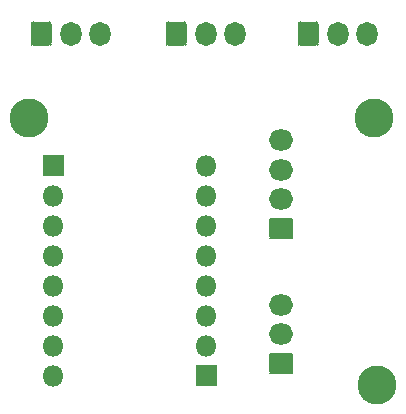
<source format=gbr>
G04 #@! TF.GenerationSoftware,KiCad,Pcbnew,(5.1.12)-1*
G04 #@! TF.CreationDate,2021-12-28T16:54:34-05:00*
G04 #@! TF.ProjectId,FlipDisplay-Motor,466c6970-4469-4737-906c-61792d4d6f74,rev?*
G04 #@! TF.SameCoordinates,Original*
G04 #@! TF.FileFunction,Soldermask,Bot*
G04 #@! TF.FilePolarity,Negative*
%FSLAX46Y46*%
G04 Gerber Fmt 4.6, Leading zero omitted, Abs format (unit mm)*
G04 Created by KiCad (PCBNEW (5.1.12)-1) date 2021-12-28 16:54:34*
%MOMM*%
%LPD*%
G01*
G04 APERTURE LIST*
%ADD10C,3.302000*%
%ADD11O,1.802000X2.052000*%
%ADD12O,1.802000X1.802000*%
%ADD13O,2.052000X1.802000*%
%ADD14C,0.100000*%
G04 APERTURE END LIST*
D10*
X131064000Y-74930000D03*
X160274000Y-74930000D03*
X160528000Y-97536000D03*
D11*
X148510000Y-67818000D03*
X146010000Y-67818000D03*
G36*
G01*
X142609000Y-68579000D02*
X142609000Y-67057000D01*
G75*
G02*
X142874000Y-66792000I265000J0D01*
G01*
X144146000Y-66792000D01*
G75*
G02*
X144411000Y-67057000I0J-265000D01*
G01*
X144411000Y-68579000D01*
G75*
G02*
X144146000Y-68844000I-265000J0D01*
G01*
X142874000Y-68844000D01*
G75*
G02*
X142609000Y-68579000I0J265000D01*
G01*
G37*
X159686000Y-67818000D03*
X157186000Y-67818000D03*
G36*
G01*
X153785000Y-68579000D02*
X153785000Y-67057000D01*
G75*
G02*
X154050000Y-66792000I265000J0D01*
G01*
X155322000Y-66792000D01*
G75*
G02*
X155587000Y-67057000I0J-265000D01*
G01*
X155587000Y-68579000D01*
G75*
G02*
X155322000Y-68844000I-265000J0D01*
G01*
X154050000Y-68844000D01*
G75*
G02*
X153785000Y-68579000I0J265000D01*
G01*
G37*
X137080000Y-67818000D03*
X134580000Y-67818000D03*
G36*
G01*
X131179000Y-68579000D02*
X131179000Y-67057000D01*
G75*
G02*
X131444000Y-66792000I265000J0D01*
G01*
X132716000Y-66792000D01*
G75*
G02*
X132981000Y-67057000I0J-265000D01*
G01*
X132981000Y-68579000D01*
G75*
G02*
X132716000Y-68844000I-265000J0D01*
G01*
X131444000Y-68844000D01*
G75*
G02*
X131179000Y-68579000I0J265000D01*
G01*
G37*
D12*
X146050000Y-78994000D03*
X146050000Y-81534000D03*
X146050000Y-84074000D03*
X146050000Y-86614000D03*
X146050000Y-89154000D03*
X146050000Y-91694000D03*
X146050000Y-94234000D03*
G36*
G01*
X146951000Y-95924000D02*
X146951000Y-97624000D01*
G75*
G02*
X146900000Y-97675000I-51000J0D01*
G01*
X145200000Y-97675000D01*
G75*
G02*
X145149000Y-97624000I0J51000D01*
G01*
X145149000Y-95924000D01*
G75*
G02*
X145200000Y-95873000I51000J0D01*
G01*
X146900000Y-95873000D01*
G75*
G02*
X146951000Y-95924000I0J-51000D01*
G01*
G37*
D13*
X152400000Y-76828000D03*
X152400000Y-79328000D03*
X152400000Y-81828000D03*
G36*
G01*
X153161000Y-85229000D02*
X151639000Y-85229000D01*
G75*
G02*
X151374000Y-84964000I0J265000D01*
G01*
X151374000Y-83692000D01*
G75*
G02*
X151639000Y-83427000I265000J0D01*
G01*
X153161000Y-83427000D01*
G75*
G02*
X153426000Y-83692000I0J-265000D01*
G01*
X153426000Y-84964000D01*
G75*
G02*
X153161000Y-85229000I-265000J0D01*
G01*
G37*
D12*
X133096000Y-96774000D03*
X133096000Y-94234000D03*
X133096000Y-91694000D03*
X133096000Y-89154000D03*
X133096000Y-86614000D03*
X133096000Y-84074000D03*
X133096000Y-81534000D03*
G36*
G01*
X132195000Y-79844000D02*
X132195000Y-78144000D01*
G75*
G02*
X132246000Y-78093000I51000J0D01*
G01*
X133946000Y-78093000D01*
G75*
G02*
X133997000Y-78144000I0J-51000D01*
G01*
X133997000Y-79844000D01*
G75*
G02*
X133946000Y-79895000I-51000J0D01*
G01*
X132246000Y-79895000D01*
G75*
G02*
X132195000Y-79844000I0J51000D01*
G01*
G37*
D13*
X152400000Y-90758000D03*
X152400000Y-93258000D03*
G36*
G01*
X153161000Y-96659000D02*
X151639000Y-96659000D01*
G75*
G02*
X151374000Y-96394000I0J265000D01*
G01*
X151374000Y-95122000D01*
G75*
G02*
X151639000Y-94857000I265000J0D01*
G01*
X153161000Y-94857000D01*
G75*
G02*
X153426000Y-95122000I0J-265000D01*
G01*
X153426000Y-96394000D01*
G75*
G02*
X153161000Y-96659000I-265000J0D01*
G01*
G37*
D14*
G36*
X153427165Y-96392374D02*
G01*
X153428000Y-96394000D01*
X153428000Y-96476097D01*
X153427990Y-96476293D01*
X153424001Y-96516796D01*
X153423925Y-96517181D01*
X153413899Y-96550233D01*
X153413749Y-96550595D01*
X153397472Y-96581046D01*
X153397254Y-96581372D01*
X153375345Y-96608068D01*
X153375068Y-96608345D01*
X153348372Y-96630254D01*
X153348046Y-96630472D01*
X153317595Y-96646749D01*
X153317233Y-96646899D01*
X153284181Y-96656925D01*
X153283796Y-96657001D01*
X153243293Y-96660990D01*
X153243097Y-96661000D01*
X153161000Y-96661000D01*
X153159268Y-96660000D01*
X153159268Y-96658000D01*
X153160804Y-96657010D01*
X153212304Y-96651938D01*
X153261642Y-96636971D01*
X153307110Y-96612668D01*
X153346962Y-96579962D01*
X153379668Y-96540110D01*
X153403971Y-96494642D01*
X153418938Y-96445304D01*
X153424010Y-96393804D01*
X153425175Y-96392178D01*
X153427165Y-96392374D01*
G37*
G36*
X151375990Y-96393804D02*
G01*
X151381062Y-96445304D01*
X151396029Y-96494642D01*
X151420332Y-96540110D01*
X151453038Y-96579962D01*
X151492890Y-96612668D01*
X151538358Y-96636971D01*
X151587696Y-96651938D01*
X151639196Y-96657010D01*
X151640822Y-96658175D01*
X151640626Y-96660165D01*
X151639000Y-96661000D01*
X151556903Y-96661000D01*
X151556707Y-96660990D01*
X151516204Y-96657001D01*
X151515819Y-96656925D01*
X151482767Y-96646899D01*
X151482405Y-96646749D01*
X151451954Y-96630472D01*
X151451628Y-96630254D01*
X151424932Y-96608345D01*
X151424655Y-96608068D01*
X151402746Y-96581372D01*
X151402528Y-96581046D01*
X151386251Y-96550595D01*
X151386101Y-96550233D01*
X151376075Y-96517181D01*
X151375999Y-96516796D01*
X151372010Y-96476293D01*
X151372000Y-96476097D01*
X151372000Y-96394000D01*
X151373000Y-96392268D01*
X151375000Y-96392268D01*
X151375990Y-96393804D01*
G37*
G36*
X151640732Y-94856000D02*
G01*
X151640732Y-94858000D01*
X151639196Y-94858990D01*
X151587696Y-94864062D01*
X151538358Y-94879029D01*
X151492890Y-94903332D01*
X151453038Y-94936038D01*
X151420332Y-94975890D01*
X151396029Y-95021358D01*
X151381062Y-95070696D01*
X151375990Y-95122196D01*
X151374825Y-95123822D01*
X151372835Y-95123626D01*
X151372000Y-95122000D01*
X151372000Y-95039903D01*
X151372010Y-95039707D01*
X151375999Y-94999204D01*
X151376075Y-94998819D01*
X151386101Y-94965767D01*
X151386251Y-94965405D01*
X151402528Y-94934954D01*
X151402746Y-94934628D01*
X151424655Y-94907932D01*
X151424932Y-94907655D01*
X151451628Y-94885746D01*
X151451954Y-94885528D01*
X151482405Y-94869251D01*
X151482767Y-94869101D01*
X151515819Y-94859075D01*
X151516204Y-94858999D01*
X151556707Y-94855010D01*
X151556903Y-94855000D01*
X151639000Y-94855000D01*
X151640732Y-94856000D01*
G37*
G36*
X153243293Y-94855010D02*
G01*
X153283796Y-94858999D01*
X153284181Y-94859075D01*
X153317233Y-94869101D01*
X153317595Y-94869251D01*
X153348046Y-94885528D01*
X153348372Y-94885746D01*
X153375068Y-94907655D01*
X153375345Y-94907932D01*
X153397254Y-94934628D01*
X153397472Y-94934954D01*
X153413749Y-94965405D01*
X153413899Y-94965767D01*
X153423925Y-94998819D01*
X153424001Y-94999204D01*
X153427990Y-95039707D01*
X153428000Y-95039903D01*
X153428000Y-95122000D01*
X153427000Y-95123732D01*
X153425000Y-95123732D01*
X153424010Y-95122196D01*
X153418938Y-95070696D01*
X153403971Y-95021358D01*
X153379668Y-94975890D01*
X153346962Y-94936038D01*
X153307110Y-94903332D01*
X153261642Y-94879029D01*
X153212304Y-94864062D01*
X153160804Y-94858990D01*
X153159178Y-94857825D01*
X153159374Y-94855835D01*
X153161000Y-94855000D01*
X153243097Y-94855000D01*
X153243293Y-94855010D01*
G37*
G36*
X151375990Y-84963804D02*
G01*
X151381062Y-85015304D01*
X151396029Y-85064642D01*
X151420332Y-85110110D01*
X151453038Y-85149962D01*
X151492890Y-85182668D01*
X151538358Y-85206971D01*
X151587696Y-85221938D01*
X151639196Y-85227010D01*
X151640822Y-85228175D01*
X151640626Y-85230165D01*
X151639000Y-85231000D01*
X151556903Y-85231000D01*
X151556707Y-85230990D01*
X151516204Y-85227001D01*
X151515819Y-85226925D01*
X151482767Y-85216899D01*
X151482405Y-85216749D01*
X151451954Y-85200472D01*
X151451628Y-85200254D01*
X151424932Y-85178345D01*
X151424655Y-85178068D01*
X151402746Y-85151372D01*
X151402528Y-85151046D01*
X151386251Y-85120595D01*
X151386101Y-85120233D01*
X151376075Y-85087181D01*
X151375999Y-85086796D01*
X151372010Y-85046293D01*
X151372000Y-85046097D01*
X151372000Y-84964000D01*
X151373000Y-84962268D01*
X151375000Y-84962268D01*
X151375990Y-84963804D01*
G37*
G36*
X153427165Y-84962374D02*
G01*
X153428000Y-84964000D01*
X153428000Y-85046097D01*
X153427990Y-85046293D01*
X153424001Y-85086796D01*
X153423925Y-85087181D01*
X153413899Y-85120233D01*
X153413749Y-85120595D01*
X153397472Y-85151046D01*
X153397254Y-85151372D01*
X153375345Y-85178068D01*
X153375068Y-85178345D01*
X153348372Y-85200254D01*
X153348046Y-85200472D01*
X153317595Y-85216749D01*
X153317233Y-85216899D01*
X153284181Y-85226925D01*
X153283796Y-85227001D01*
X153243293Y-85230990D01*
X153243097Y-85231000D01*
X153161000Y-85231000D01*
X153159268Y-85230000D01*
X153159268Y-85228000D01*
X153160804Y-85227010D01*
X153212304Y-85221938D01*
X153261642Y-85206971D01*
X153307110Y-85182668D01*
X153346962Y-85149962D01*
X153379668Y-85110110D01*
X153403971Y-85064642D01*
X153418938Y-85015304D01*
X153424010Y-84963804D01*
X153425175Y-84962178D01*
X153427165Y-84962374D01*
G37*
G36*
X151640732Y-83426000D02*
G01*
X151640732Y-83428000D01*
X151639196Y-83428990D01*
X151587696Y-83434062D01*
X151538358Y-83449029D01*
X151492890Y-83473332D01*
X151453038Y-83506038D01*
X151420332Y-83545890D01*
X151396029Y-83591358D01*
X151381062Y-83640696D01*
X151375990Y-83692196D01*
X151374825Y-83693822D01*
X151372835Y-83693626D01*
X151372000Y-83692000D01*
X151372000Y-83609903D01*
X151372010Y-83609707D01*
X151375999Y-83569204D01*
X151376075Y-83568819D01*
X151386101Y-83535767D01*
X151386251Y-83535405D01*
X151402528Y-83504954D01*
X151402746Y-83504628D01*
X151424655Y-83477932D01*
X151424932Y-83477655D01*
X151451628Y-83455746D01*
X151451954Y-83455528D01*
X151482405Y-83439251D01*
X151482767Y-83439101D01*
X151515819Y-83429075D01*
X151516204Y-83428999D01*
X151556707Y-83425010D01*
X151556903Y-83425000D01*
X151639000Y-83425000D01*
X151640732Y-83426000D01*
G37*
G36*
X153243293Y-83425010D02*
G01*
X153283796Y-83428999D01*
X153284181Y-83429075D01*
X153317233Y-83439101D01*
X153317595Y-83439251D01*
X153348046Y-83455528D01*
X153348372Y-83455746D01*
X153375068Y-83477655D01*
X153375345Y-83477932D01*
X153397254Y-83504628D01*
X153397472Y-83504954D01*
X153413749Y-83535405D01*
X153413899Y-83535767D01*
X153423925Y-83568819D01*
X153424001Y-83569204D01*
X153427990Y-83609707D01*
X153428000Y-83609903D01*
X153428000Y-83692000D01*
X153427000Y-83693732D01*
X153425000Y-83693732D01*
X153424010Y-83692196D01*
X153418938Y-83640696D01*
X153403971Y-83591358D01*
X153379668Y-83545890D01*
X153346962Y-83506038D01*
X153307110Y-83473332D01*
X153261642Y-83449029D01*
X153212304Y-83434062D01*
X153160804Y-83428990D01*
X153159178Y-83427825D01*
X153159374Y-83425835D01*
X153161000Y-83425000D01*
X153243097Y-83425000D01*
X153243293Y-83425010D01*
G37*
G36*
X132982165Y-68577374D02*
G01*
X132983000Y-68579000D01*
X132983000Y-68661097D01*
X132982990Y-68661293D01*
X132979001Y-68701796D01*
X132978925Y-68702181D01*
X132968899Y-68735233D01*
X132968749Y-68735595D01*
X132952472Y-68766046D01*
X132952254Y-68766372D01*
X132930345Y-68793068D01*
X132930068Y-68793345D01*
X132903372Y-68815254D01*
X132903046Y-68815472D01*
X132872595Y-68831749D01*
X132872233Y-68831899D01*
X132839181Y-68841925D01*
X132838796Y-68842001D01*
X132798293Y-68845990D01*
X132798097Y-68846000D01*
X132716000Y-68846000D01*
X132714268Y-68845000D01*
X132714268Y-68843000D01*
X132715804Y-68842010D01*
X132767304Y-68836938D01*
X132816642Y-68821971D01*
X132862110Y-68797668D01*
X132901962Y-68764962D01*
X132934668Y-68725110D01*
X132958971Y-68679642D01*
X132973938Y-68630304D01*
X132979010Y-68578804D01*
X132980175Y-68577178D01*
X132982165Y-68577374D01*
G37*
G36*
X155588165Y-68577374D02*
G01*
X155589000Y-68579000D01*
X155589000Y-68661097D01*
X155588990Y-68661293D01*
X155585001Y-68701796D01*
X155584925Y-68702181D01*
X155574899Y-68735233D01*
X155574749Y-68735595D01*
X155558472Y-68766046D01*
X155558254Y-68766372D01*
X155536345Y-68793068D01*
X155536068Y-68793345D01*
X155509372Y-68815254D01*
X155509046Y-68815472D01*
X155478595Y-68831749D01*
X155478233Y-68831899D01*
X155445181Y-68841925D01*
X155444796Y-68842001D01*
X155404293Y-68845990D01*
X155404097Y-68846000D01*
X155322000Y-68846000D01*
X155320268Y-68845000D01*
X155320268Y-68843000D01*
X155321804Y-68842010D01*
X155373304Y-68836938D01*
X155422642Y-68821971D01*
X155468110Y-68797668D01*
X155507962Y-68764962D01*
X155540668Y-68725110D01*
X155564971Y-68679642D01*
X155579938Y-68630304D01*
X155585010Y-68578804D01*
X155586175Y-68577178D01*
X155588165Y-68577374D01*
G37*
G36*
X131180990Y-68578804D02*
G01*
X131186062Y-68630304D01*
X131201029Y-68679642D01*
X131225332Y-68725110D01*
X131258038Y-68764962D01*
X131297890Y-68797668D01*
X131343358Y-68821971D01*
X131392696Y-68836938D01*
X131444196Y-68842010D01*
X131445822Y-68843175D01*
X131445626Y-68845165D01*
X131444000Y-68846000D01*
X131361903Y-68846000D01*
X131361707Y-68845990D01*
X131321204Y-68842001D01*
X131320819Y-68841925D01*
X131287767Y-68831899D01*
X131287405Y-68831749D01*
X131256954Y-68815472D01*
X131256628Y-68815254D01*
X131229932Y-68793345D01*
X131229655Y-68793068D01*
X131207746Y-68766372D01*
X131207528Y-68766046D01*
X131191251Y-68735595D01*
X131191101Y-68735233D01*
X131181075Y-68702181D01*
X131180999Y-68701796D01*
X131177010Y-68661293D01*
X131177000Y-68661097D01*
X131177000Y-68579000D01*
X131178000Y-68577268D01*
X131180000Y-68577268D01*
X131180990Y-68578804D01*
G37*
G36*
X142610990Y-68578804D02*
G01*
X142616062Y-68630304D01*
X142631029Y-68679642D01*
X142655332Y-68725110D01*
X142688038Y-68764962D01*
X142727890Y-68797668D01*
X142773358Y-68821971D01*
X142822696Y-68836938D01*
X142874196Y-68842010D01*
X142875822Y-68843175D01*
X142875626Y-68845165D01*
X142874000Y-68846000D01*
X142791903Y-68846000D01*
X142791707Y-68845990D01*
X142751204Y-68842001D01*
X142750819Y-68841925D01*
X142717767Y-68831899D01*
X142717405Y-68831749D01*
X142686954Y-68815472D01*
X142686628Y-68815254D01*
X142659932Y-68793345D01*
X142659655Y-68793068D01*
X142637746Y-68766372D01*
X142637528Y-68766046D01*
X142621251Y-68735595D01*
X142621101Y-68735233D01*
X142611075Y-68702181D01*
X142610999Y-68701796D01*
X142607010Y-68661293D01*
X142607000Y-68661097D01*
X142607000Y-68579000D01*
X142608000Y-68577268D01*
X142610000Y-68577268D01*
X142610990Y-68578804D01*
G37*
G36*
X153786990Y-68578804D02*
G01*
X153792062Y-68630304D01*
X153807029Y-68679642D01*
X153831332Y-68725110D01*
X153864038Y-68764962D01*
X153903890Y-68797668D01*
X153949358Y-68821971D01*
X153998696Y-68836938D01*
X154050196Y-68842010D01*
X154051822Y-68843175D01*
X154051626Y-68845165D01*
X154050000Y-68846000D01*
X153967903Y-68846000D01*
X153967707Y-68845990D01*
X153927204Y-68842001D01*
X153926819Y-68841925D01*
X153893767Y-68831899D01*
X153893405Y-68831749D01*
X153862954Y-68815472D01*
X153862628Y-68815254D01*
X153835932Y-68793345D01*
X153835655Y-68793068D01*
X153813746Y-68766372D01*
X153813528Y-68766046D01*
X153797251Y-68735595D01*
X153797101Y-68735233D01*
X153787075Y-68702181D01*
X153786999Y-68701796D01*
X153783010Y-68661293D01*
X153783000Y-68661097D01*
X153783000Y-68579000D01*
X153784000Y-68577268D01*
X153786000Y-68577268D01*
X153786990Y-68578804D01*
G37*
G36*
X144412165Y-68577374D02*
G01*
X144413000Y-68579000D01*
X144413000Y-68661097D01*
X144412990Y-68661293D01*
X144409001Y-68701796D01*
X144408925Y-68702181D01*
X144398899Y-68735233D01*
X144398749Y-68735595D01*
X144382472Y-68766046D01*
X144382254Y-68766372D01*
X144360345Y-68793068D01*
X144360068Y-68793345D01*
X144333372Y-68815254D01*
X144333046Y-68815472D01*
X144302595Y-68831749D01*
X144302233Y-68831899D01*
X144269181Y-68841925D01*
X144268796Y-68842001D01*
X144228293Y-68845990D01*
X144228097Y-68846000D01*
X144146000Y-68846000D01*
X144144268Y-68845000D01*
X144144268Y-68843000D01*
X144145804Y-68842010D01*
X144197304Y-68836938D01*
X144246642Y-68821971D01*
X144292110Y-68797668D01*
X144331962Y-68764962D01*
X144364668Y-68725110D01*
X144388971Y-68679642D01*
X144403938Y-68630304D01*
X144409010Y-68578804D01*
X144410175Y-68577178D01*
X144412165Y-68577374D01*
G37*
G36*
X131445732Y-66791000D02*
G01*
X131445732Y-66793000D01*
X131444196Y-66793990D01*
X131392696Y-66799062D01*
X131343358Y-66814029D01*
X131297890Y-66838332D01*
X131258038Y-66871038D01*
X131225332Y-66910890D01*
X131201029Y-66956358D01*
X131186062Y-67005696D01*
X131180990Y-67057196D01*
X131179825Y-67058822D01*
X131177835Y-67058626D01*
X131177000Y-67057000D01*
X131177000Y-66974903D01*
X131177010Y-66974707D01*
X131180999Y-66934204D01*
X131181075Y-66933819D01*
X131191101Y-66900767D01*
X131191251Y-66900405D01*
X131207528Y-66869954D01*
X131207746Y-66869628D01*
X131229655Y-66842932D01*
X131229932Y-66842655D01*
X131256628Y-66820746D01*
X131256954Y-66820528D01*
X131287405Y-66804251D01*
X131287767Y-66804101D01*
X131320819Y-66794075D01*
X131321204Y-66793999D01*
X131361707Y-66790010D01*
X131361903Y-66790000D01*
X131444000Y-66790000D01*
X131445732Y-66791000D01*
G37*
G36*
X142875732Y-66791000D02*
G01*
X142875732Y-66793000D01*
X142874196Y-66793990D01*
X142822696Y-66799062D01*
X142773358Y-66814029D01*
X142727890Y-66838332D01*
X142688038Y-66871038D01*
X142655332Y-66910890D01*
X142631029Y-66956358D01*
X142616062Y-67005696D01*
X142610990Y-67057196D01*
X142609825Y-67058822D01*
X142607835Y-67058626D01*
X142607000Y-67057000D01*
X142607000Y-66974903D01*
X142607010Y-66974707D01*
X142610999Y-66934204D01*
X142611075Y-66933819D01*
X142621101Y-66900767D01*
X142621251Y-66900405D01*
X142637528Y-66869954D01*
X142637746Y-66869628D01*
X142659655Y-66842932D01*
X142659932Y-66842655D01*
X142686628Y-66820746D01*
X142686954Y-66820528D01*
X142717405Y-66804251D01*
X142717767Y-66804101D01*
X142750819Y-66794075D01*
X142751204Y-66793999D01*
X142791707Y-66790010D01*
X142791903Y-66790000D01*
X142874000Y-66790000D01*
X142875732Y-66791000D01*
G37*
G36*
X154051732Y-66791000D02*
G01*
X154051732Y-66793000D01*
X154050196Y-66793990D01*
X153998696Y-66799062D01*
X153949358Y-66814029D01*
X153903890Y-66838332D01*
X153864038Y-66871038D01*
X153831332Y-66910890D01*
X153807029Y-66956358D01*
X153792062Y-67005696D01*
X153786990Y-67057196D01*
X153785825Y-67058822D01*
X153783835Y-67058626D01*
X153783000Y-67057000D01*
X153783000Y-66974903D01*
X153783010Y-66974707D01*
X153786999Y-66934204D01*
X153787075Y-66933819D01*
X153797101Y-66900767D01*
X153797251Y-66900405D01*
X153813528Y-66869954D01*
X153813746Y-66869628D01*
X153835655Y-66842932D01*
X153835932Y-66842655D01*
X153862628Y-66820746D01*
X153862954Y-66820528D01*
X153893405Y-66804251D01*
X153893767Y-66804101D01*
X153926819Y-66794075D01*
X153927204Y-66793999D01*
X153967707Y-66790010D01*
X153967903Y-66790000D01*
X154050000Y-66790000D01*
X154051732Y-66791000D01*
G37*
G36*
X132798293Y-66790010D02*
G01*
X132838796Y-66793999D01*
X132839181Y-66794075D01*
X132872233Y-66804101D01*
X132872595Y-66804251D01*
X132903046Y-66820528D01*
X132903372Y-66820746D01*
X132930068Y-66842655D01*
X132930345Y-66842932D01*
X132952254Y-66869628D01*
X132952472Y-66869954D01*
X132968749Y-66900405D01*
X132968899Y-66900767D01*
X132978925Y-66933819D01*
X132979001Y-66934204D01*
X132982990Y-66974707D01*
X132983000Y-66974903D01*
X132983000Y-67057000D01*
X132982000Y-67058732D01*
X132980000Y-67058732D01*
X132979010Y-67057196D01*
X132973938Y-67005696D01*
X132958971Y-66956358D01*
X132934668Y-66910890D01*
X132901962Y-66871038D01*
X132862110Y-66838332D01*
X132816642Y-66814029D01*
X132767304Y-66799062D01*
X132715804Y-66793990D01*
X132714178Y-66792825D01*
X132714374Y-66790835D01*
X132716000Y-66790000D01*
X132798097Y-66790000D01*
X132798293Y-66790010D01*
G37*
G36*
X144228293Y-66790010D02*
G01*
X144268796Y-66793999D01*
X144269181Y-66794075D01*
X144302233Y-66804101D01*
X144302595Y-66804251D01*
X144333046Y-66820528D01*
X144333372Y-66820746D01*
X144360068Y-66842655D01*
X144360345Y-66842932D01*
X144382254Y-66869628D01*
X144382472Y-66869954D01*
X144398749Y-66900405D01*
X144398899Y-66900767D01*
X144408925Y-66933819D01*
X144409001Y-66934204D01*
X144412990Y-66974707D01*
X144413000Y-66974903D01*
X144413000Y-67057000D01*
X144412000Y-67058732D01*
X144410000Y-67058732D01*
X144409010Y-67057196D01*
X144403938Y-67005696D01*
X144388971Y-66956358D01*
X144364668Y-66910890D01*
X144331962Y-66871038D01*
X144292110Y-66838332D01*
X144246642Y-66814029D01*
X144197304Y-66799062D01*
X144145804Y-66793990D01*
X144144178Y-66792825D01*
X144144374Y-66790835D01*
X144146000Y-66790000D01*
X144228097Y-66790000D01*
X144228293Y-66790010D01*
G37*
G36*
X155404293Y-66790010D02*
G01*
X155444796Y-66793999D01*
X155445181Y-66794075D01*
X155478233Y-66804101D01*
X155478595Y-66804251D01*
X155509046Y-66820528D01*
X155509372Y-66820746D01*
X155536068Y-66842655D01*
X155536345Y-66842932D01*
X155558254Y-66869628D01*
X155558472Y-66869954D01*
X155574749Y-66900405D01*
X155574899Y-66900767D01*
X155584925Y-66933819D01*
X155585001Y-66934204D01*
X155588990Y-66974707D01*
X155589000Y-66974903D01*
X155589000Y-67057000D01*
X155588000Y-67058732D01*
X155586000Y-67058732D01*
X155585010Y-67057196D01*
X155579938Y-67005696D01*
X155564971Y-66956358D01*
X155540668Y-66910890D01*
X155507962Y-66871038D01*
X155468110Y-66838332D01*
X155422642Y-66814029D01*
X155373304Y-66799062D01*
X155321804Y-66793990D01*
X155320178Y-66792825D01*
X155320374Y-66790835D01*
X155322000Y-66790000D01*
X155404097Y-66790000D01*
X155404293Y-66790010D01*
G37*
M02*

</source>
